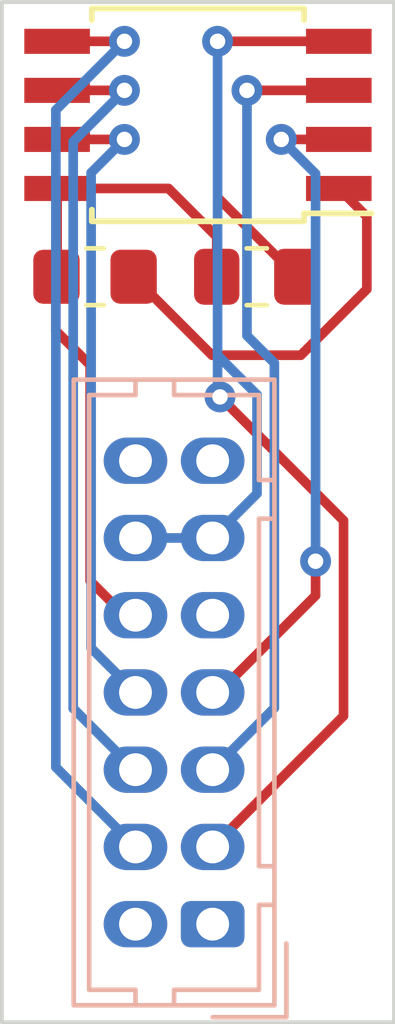
<source format=kicad_pcb>
(kicad_pcb (version 20211014) (generator pcbnew)
  (layers (0 "F.Cu" signal) (31 "B.Cu" signal) (38 "B.Mask" user) (39 "F.Mask" user) (44 "Edge.Cuts" user))
  (net 0 "")
  (net 1 "Net-(C1-Pad1)")
  (net 2 "Net-(C1-Pad2)")
  (net 7 "Net-(J1-Pad4)")
  (net 8 "Net-(J1-Pad5)")
  (net 9 "Net-(J1-Pad6)")
  (net 10 "Net-(J1-Pad7)")
  (net 11 "Net-(J1-Pad8)")
  (net 12 "Net-(R1-Pad1)")
  (footprint "Capacitor_SMD:C_0805_2012Metric_Pad1.18x1.45mm_HandSolder" (layer "F.Cu") (at 143.764 63.881 180)
    (fp_text reference "C1" hide)
    (fp_text value "0.47uf")
    (fp_line (start -0.261252 0.735) (end 0.261252 0.735) (layer "F.SilkS") (width 0.12))
    (fp_line (start -0.261252 -0.735) (end 0.261252 -0.735) (layer "F.SilkS") (width 0.12))
    (pad "1" smd roundrect (at -1.0375 0 180) (size 1.175 1.45) (layers "F.Cu" "F.Paste" "F.Mask") (roundrect_rratio 0.2127659574) (net 1 "Net-(C1-Pad1)"))
    (pad "2" smd roundrect (at 1.0375 0 180) (size 1.175 1.45) (layers "F.Cu" "F.Paste" "F.Mask") (roundrect_rratio 0.2127659574) (net 2 "Net-(C1-Pad2)"))
  )
  (footprint "Resistor_SMD:R_0805_2012Metric_Pad1.20x1.40mm_HandSolder" (layer "F.Cu") (at 139.573 63.881 180)
    (fp_text reference "R1" hide)
    (fp_text value "10k")
    (fp_line (start -0.227064 -0.735) (end 0.227064 -0.735) (layer "F.SilkS") (width 0.12))
    (fp_line (start -0.227064 0.735) (end 0.227064 0.735) (layer "F.SilkS") (width 0.12))
    (pad "1" smd roundrect (at -1 0 180) (size 1.2 1.4) (layers "F.Cu" "F.Paste" "F.Mask") (roundrect_rratio 0.2083333333) (net 12 "Net-(R1-Pad1)"))
    (pad "2" smd roundrect (at 1 0 180) (size 1.2 1.4) (layers "F.Cu" "F.Paste" "F.Mask") (roundrect_rratio 0.2083333333) (net 2 "Net-(C1-Pad2)"))
  )
  (footprint "Package_SO:SOIC-8W_5.3x5.3mm_P1.27mm" (layer "F.Cu") (at 142.24 59.69 180)
    (fp_text reference "U1" hide)
    (fp_text value "ATtiny13A-S")
    (fp_line (start -2.75 2.755) (end -2.75 2.455) (layer "F.SilkS") (width 0.15))
    (fp_line (start 2.75 -2.755) (end 2.75 -2.455) (layer "F.SilkS") (width 0.15))
    (fp_line (start 2.75 2.755) (end 2.75 2.455) (layer "F.SilkS") (width 0.15))
    (fp_line (start -2.75 2.755) (end 2.75 2.755) (layer "F.SilkS") (width 0.15))
    (fp_line (start -2.75 -2.755) (end -2.75 -2.55) (layer "F.SilkS") (width 0.15))
    (fp_line (start -2.75 -2.55) (end -4.5 -2.55) (layer "F.SilkS") (width 0.15))
    (fp_line (start -2.75 -2.755) (end 2.75 -2.755) (layer "F.SilkS") (width 0.15))
    (pad "1" smd rect (at -3.65 -1.905 180) (size 1.7 0.65) (layers "F.Cu" "F.Paste" "F.Mask") (net 12 "Net-(R1-Pad1)"))
    (pad "2" smd rect (at -3.65 -0.635 180) (size 1.7 0.65) (layers "F.Cu" "F.Paste" "F.Mask") (net 10 "Net-(J1-Pad7)"))
    (pad "3" smd rect (at -3.65 0.635 180) (size 1.7 0.65) (layers "F.Cu" "F.Paste" "F.Mask") (net 8 "Net-(J1-Pad5)"))
    (pad "4" smd rect (at -3.65 1.905 180) (size 1.7 0.65) (layers "F.Cu" "F.Paste" "F.Mask") (net 1 "Net-(C1-Pad1)"))
    (pad "5" smd rect (at 3.65 1.905 180) (size 1.7 0.65) (layers "F.Cu" "F.Paste" "F.Mask") (net 7 "Net-(J1-Pad4)"))
    (pad "6" smd rect (at 3.65 0.635 180) (size 1.7 0.65) (layers "F.Cu" "F.Paste" "F.Mask") (net 9 "Net-(J1-Pad6)"))
    (pad "7" smd rect (at 3.65 -0.635 180) (size 1.7 0.65) (layers "F.Cu" "F.Paste" "F.Mask") (net 11 "Net-(J1-Pad8)"))
    (pad "8" smd rect (at 3.65 -1.905 180) (size 1.7 0.65) (layers "F.Cu" "F.Paste" "F.Mask") (net 2 "Net-(C1-Pad2)"))
  )
  (footprint "Connector_Hirose:Hirose_DF11-14DP-2DSA_2x07_P2.00mm_Vertical" (layer "B.Cu") (at 142.621 80.645 90)
    (fp_text reference "J1" hide)
    (fp_text value "to Xbox" hide)
    (fp_line (start -2.1 -1) (end -1.7 -1) (layer "B.SilkS") (width 0.12))
    (fp_line (start -1.7 1.2) (end 0.5 1.2) (layer "B.SilkS") (width 0.12))
    (fp_line (start -2.1 -3.6) (end 14.1 -3.6) (layer "B.SilkS") (width 0.12))
    (fp_line (start 13.7 -2) (end 14.1 -2) (layer "B.SilkS") (width 0.12))
    (fp_line (start -1.7 -1) (end -1.7 1.2) (layer "B.SilkS") (width 0.12))
    (fp_line (start -2.1 1.6) (end -2.1 -3.6) (layer "B.SilkS") (width 0.12))
    (fp_line (start 13.7 1.2) (end 11.5 1.2) (layer "B.SilkS") (width 0.12))
    (fp_line (start 14.1 1.6) (end -2.1 1.6) (layer "B.SilkS") (width 0.12))
    (fp_line (start 0.5 1.2) (end 0.5 1.6) (layer "B.SilkS") (width 0.12))
    (fp_line (start 13.7 -1) (end 13.7 1.2) (layer "B.SilkS") (width 0.12))
    (fp_line (start -1.7 -3.2) (end 13.7 -3.2) (layer "B.SilkS") (width 0.12))
    (fp_line (start 14.1 -3.6) (end 14.1 1.6) (layer "B.SilkS") (width 0.12))
    (fp_line (start -2.41 1.91) (end -0.5 1.91) (layer "B.SilkS") (width 0.12))
    (fp_line (start -2.41 0) (end -2.41 1.91) (layer "B.SilkS") (width 0.12))
    (fp_line (start 11.5 1.2) (end 11.5 1.6) (layer "B.SilkS") (width 0.12))
    (fp_line (start -1.7 -2) (end -1.7 -3.2) (layer "B.SilkS") (width 0.12))
    (fp_line (start 10.5 1.2) (end 10.5 1.6) (layer "B.SilkS") (width 0.12))
    (fp_line (start 13.7 -3.2) (end 13.7 -2) (layer "B.SilkS") (width 0.12))
    (fp_line (start 1.5 1.2) (end 10.5 1.2) (layer "B.SilkS") (width 0.12))
    (fp_line (start 1.5 1.6) (end 1.5 1.2) (layer "B.SilkS") (width 0.12))
    (fp_line (start -2.1 -2) (end -1.7 -2) (layer "B.SilkS") (width 0.12))
    (fp_line (start 14.1 -1) (end 13.7 -1) (layer "B.SilkS") (width 0.12))
    (pad "1" thru_hole roundrect (at 0 0 90) (size 1.2 1.65) (drill 0.85) (layers *.Cu *.Mask) (roundrect_rratio 0.2083333333))
    (pad "2" thru_hole oval (at 0 -2 90) (size 1.2 1.65) (drill 0.85) (layers *.Cu *.Mask))
    (pad "3" thru_hole oval (at 2 0 90) (size 1.2 1.65) (drill 0.85) (layers *.Cu *.Mask) (net 1 "Net-(C1-Pad1)"))
    (pad "4" thru_hole oval (at 2 -2 90) (size 1.2 1.65) (drill 0.85) (layers *.Cu *.Mask) (net 7 "Net-(J1-Pad4)"))
    (pad "5" thru_hole oval (at 4 0 90) (size 1.2 1.65) (drill 0.85) (layers *.Cu *.Mask) (net 8 "Net-(J1-Pad5)"))
    (pad "6" thru_hole oval (at 4 -2 90) (size 1.2 1.65) (drill 0.85) (layers *.Cu *.Mask) (net 9 "Net-(J1-Pad6)"))
    (pad "7" thru_hole oval (at 6 0 90) (size 1.2 1.65) (drill 0.85) (layers *.Cu *.Mask) (net 10 "Net-(J1-Pad7)"))
    (pad "8" thru_hole oval (at 6 -2 90) (size 1.2 1.65) (drill 0.85) (layers *.Cu *.Mask) (net 11 "Net-(J1-Pad8)"))
    (pad "9" thru_hole oval (at 8 0 90) (size 1.2 1.65) (drill 0.85) (layers *.Cu *.Mask))
    (pad "10" thru_hole oval (at 8 -2 90) (size 1.2 1.65) (drill 0.85) (layers *.Cu *.Mask) (net 2 "Net-(C1-Pad2)"))
    (pad "11" thru_hole oval (at 10 0 90) (size 1.2 1.65) (drill 0.85) (layers *.Cu *.Mask) (net 1 "Net-(C1-Pad1)"))
    (pad "12" thru_hole oval (at 10 -2 90) (size 1.2 1.65) (drill 0.85) (layers *.Cu *.Mask) (net 1 "Net-(C1-Pad1)"))
    (pad "13" thru_hole oval (at 12 0 90) (size 1.2 1.65) (drill 0.85) (layers *.Cu *.Mask))
    (pad "14" thru_hole oval (at 12 -2 90) (size 1.2 1.65) (drill 0.85) (layers *.Cu *.Mask))
  )
  (gr_line (start 137.16 56.769) (end 137.16 83.185) (layer "Edge.Cuts") (width 0.1))
  (gr_line (start 137.16 56.769) (end 147.32 56.769) (layer "Edge.Cuts") (width 0.1))
  (gr_line (start 137.16 83.185) (end 147.32 83.185) (layer "Edge.Cuts") (width 0.1))
  (gr_line (start 147.32 56.769) (end 147.32 83.185) (layer "Edge.Cuts") (width 0.1))
  (segment (start 146.012511 75.253489) (end 146.012511 70.193511) (width 0.25) (layer "F.Cu") (net 1))
  (segment (start 145.89 57.785) (end 142.748 57.785) (width 0.25) (layer "F.Cu") (net 1))
  (segment (start 142.748 61.8275) (end 142.748 57.785) (width 0.25) (layer "F.Cu") (net 1))
  (segment (start 146.012511 70.193511) (end 142.8115 66.9925) (width 0.25) (layer "F.Cu") (net 1))
  (segment (start 144.8015 63.881) (end 142.748 61.8275) (width 0.25) (layer "F.Cu") (net 1))
  (segment (start 142.621 78.645) (end 146.012511 75.253489) (width 0.25) (layer "F.Cu") (net 1))
  (via (at 142.8115 66.9925) (size 0.8) (drill 0.4) (layers "F.Cu" "B.Cu") (net 1))
  (via (at 142.748 57.785) (size 0.8) (drill 0.4) (layers "F.Cu" "B.Cu") (net 1))
  (segment (start 140.621 70.645) (end 142.621 70.645) (width 0.25) (layer "B.Cu") (net 1))
  (segment (start 143.77052 69.49548) (end 142.621 70.645) (width 0.25) (layer "B.Cu") (net 1))
  (segment (start 142.748 66.929) (end 142.748 57.785) (width 0.25) (layer "B.Cu") (net 1))
  (segment (start 142.8115 66.9925) (end 142.748 66.929) (width 0.25) (layer "B.Cu") (net 1))
  (segment (start 142.748 65.913) (end 143.77052 66.93552) (width 0.25) (layer "B.Cu") (net 1))
  (segment (start 143.77052 66.93552) (end 143.77052 69.49548) (width 0.25) (layer "B.Cu") (net 1))
  (segment (start 139.446 71.755) (end 140.336 72.645) (width 0.25) (layer "F.Cu") (net 2))
  (segment (start 138.59 64.118) (end 138.59 61.595) (width 0.25) (layer "F.Cu") (net 2))
  (segment (start 138.59 61.595) (end 141.478 61.595) (width 0.25) (layer "F.Cu") (net 2))
  (segment (start 139.446 66.167) (end 138.557 65.278) (width 0.25) (layer "F.Cu") (net 2))
  (segment (start 142.7265 62.8435) (end 142.7265 63.881) (width 0.25) (layer "F.Cu") (net 2))
  (segment (start 140.336 72.645) (end 140.621 72.645) (width 0.25) (layer "F.Cu") (net 2))
  (segment (start 138.557 65.278) (end 138.557 64.135) (width 0.25) (layer "F.Cu") (net 2))
  (segment (start 139.446 66.167) (end 139.446 71.755) (width 0.25) (layer "F.Cu") (net 2))
  (segment (start 141.478 61.595) (end 142.7265 62.8435) (width 0.25) (layer "F.Cu") (net 2))
  (segment (start 138.59 57.785) (end 140.335 57.785) (width 0.25) (layer "F.Cu") (net 7))
  (via (at 140.335 57.785) (size 0.8) (drill 0.4) (layers "F.Cu" "B.Cu") (net 7))
  (segment (start 138.557 76.581) (end 140.621 78.645) (width 0.25) (layer "B.Cu") (net 7))
  (segment (start 138.557 59.563) (end 138.557 76.581) (width 0.25) (layer "B.Cu") (net 7))
  (segment (start 140.335 57.785) (end 138.557 59.563) (width 0.25) (layer "B.Cu") (net 7))
  (segment (start 145.89 59.055) (end 143.51 59.055) (width 0.25) (layer "F.Cu") (net 8))
  (via (at 143.51 59.055) (size 0.8) (drill 0.4) (layers "F.Cu" "B.Cu") (net 8))
  (segment (start 144.22004 66.11504) (end 144.22004 75.04596) (width 0.25) (layer "B.Cu") (net 8))
  (segment (start 143.51 65.405) (end 144.22004 66.11504) (width 0.25) (layer "B.Cu") (net 8))
  (segment (start 144.22004 75.04596) (end 142.621 76.645) (width 0.25) (layer "B.Cu") (net 8))
  (segment (start 143.51 59.055) (end 143.51 65.405) (width 0.25) (layer "B.Cu") (net 8))
  (segment (start 138.59 59.055) (end 140.335 59.055) (width 0.25) (layer "F.Cu") (net 9))
  (via (at 140.335 59.055) (size 0.8) (drill 0.4) (layers "F.Cu" "B.Cu") (net 9))
  (segment (start 140.59452 76.645) (end 140.621 76.645) (width 0.25) (layer "B.Cu") (net 9))
  (segment (start 139.00652 75.057) (end 140.59452 76.645) (width 0.25) (layer "B.Cu") (net 9))
  (segment (start 139.00652 75.057) (end 139.00652 60.38348) (width 0.25) (layer "B.Cu") (net 9))
  (segment (start 139.00652 60.38348) (end 140.335 59.055) (width 0.25) (layer "B.Cu") (net 9))
  (segment (start 145.89 60.325) (end 144.399 60.325) (width 0.25) (layer "F.Cu") (net 10))
  (segment (start 145.288 72.136) (end 142.779 74.645) (width 0.25) (layer "F.Cu") (net 10))
  (segment (start 145.288 71.247) (end 145.288 72.136) (width 0.25) (layer "F.Cu") (net 10))
  (segment (start 142.779 74.645) (end 142.621 74.645) (width 0.25) (layer "F.Cu") (net 10))
  (via (at 144.399 60.325) (size 0.8) (drill 0.4) (layers "F.Cu" "B.Cu") (net 10))
  (via (at 145.288 71.247) (size 0.8) (drill 0.4) (layers "F.Cu" "B.Cu") (net 10))
  (segment (start 145.288 61.214) (end 145.288 71.247) (width 0.25) (layer "B.Cu") (net 10))
  (segment (start 144.399 60.325) (end 145.288 61.214) (width 0.25) (layer "B.Cu") (net 10))
  (segment (start 138.59 60.325) (end 140.335 60.325) (width 0.25) (layer "F.Cu") (net 11))
  (via (at 140.335 60.325) (size 0.8) (drill 0.4) (layers "F.Cu" "B.Cu") (net 11))
  (segment (start 139.47148 61.18852) (end 139.47148 73.49548) (width 0.25) (layer "B.Cu") (net 11))
  (segment (start 140.335 60.325) (end 139.47148 61.18852) (width 0.25) (layer "B.Cu") (net 11))
  (segment (start 139.47148 73.49548) (end 140.621 74.645) (width 0.25) (layer "B.Cu") (net 11))
  (segment (start 144.906282 65.913) (end 146.61648 64.202802) (width 0.25) (layer "F.Cu") (net 12))
  (segment (start 140.573 63.881) (end 142.605 65.913) (width 0.25) (layer "F.Cu") (net 12))
  (segment (start 146.61648 64.202802) (end 146.61648 62.32148) (width 0.25) (layer "F.Cu") (net 12))
  (segment (start 146.61648 62.32148) (end 145.89 61.595) (width 0.25) (layer "F.Cu") (net 12))
  (segment (start 142.605 65.913) (end 144.906282 65.913) (width 0.25) (layer "F.Cu") (net 12))
)
</source>
